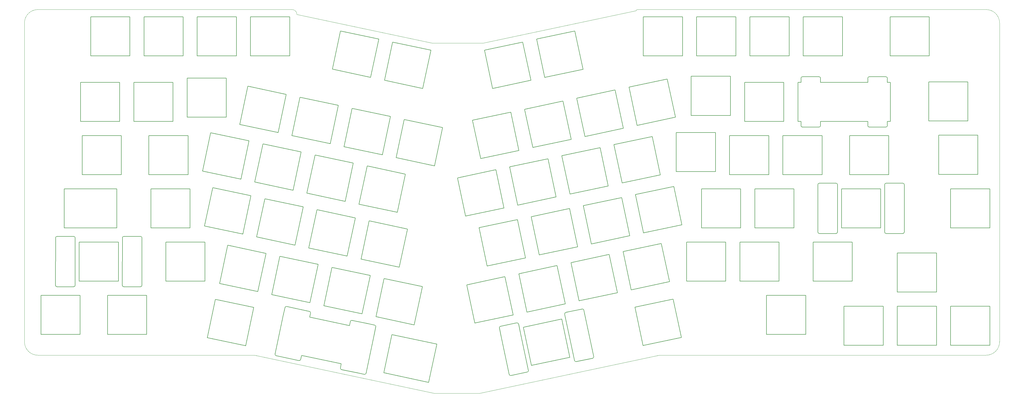
<source format=gm1>
G04 #@! TF.GenerationSoftware,KiCad,Pcbnew,(5.1.6)-1*
G04 #@! TF.CreationDate,2020-07-26T17:31:49-05:00*
G04 #@! TF.ProjectId,Bonsai Plate,426f6e73-6169-4205-906c-6174652e6b69,rev?*
G04 #@! TF.SameCoordinates,Original*
G04 #@! TF.FileFunction,Profile,NP*
%FSLAX46Y46*%
G04 Gerber Fmt 4.6, Leading zero omitted, Abs format (unit mm)*
G04 Created by KiCad (PCBNEW (5.1.6)-1) date 2020-07-26 17:31:49*
%MOMM*%
%LPD*%
G01*
G04 APERTURE LIST*
G04 #@! TA.AperFunction,Profile*
%ADD10C,0.150000*%
G04 #@! TD*
G04 #@! TA.AperFunction,Profile*
%ADD11C,0.050000*%
G04 #@! TD*
G04 #@! TA.AperFunction,Profile*
%ADD12C,0.200000*%
G04 #@! TD*
G04 APERTURE END LIST*
D10*
X157728979Y-205222475D02*
X173738009Y-208630491D01*
X176650530Y-194933713D02*
X160639314Y-191530424D01*
X160639314Y-191530424D02*
X157728979Y-205222475D01*
X173738445Y-208630584D02*
X176650530Y-194933713D01*
X62265111Y-153381913D02*
X62265112Y-139379537D01*
X43502131Y-153379375D02*
X62265111Y-153381913D01*
X43502337Y-139379536D02*
X43502131Y-153379375D01*
X62265112Y-139379537D02*
X43502337Y-139379536D01*
X330659082Y-115281914D02*
X313783084Y-115281915D01*
X330659082Y-101279533D02*
X313783721Y-101279533D01*
X338732338Y-115281915D02*
X337659719Y-115281914D01*
X338732338Y-101279537D02*
X338732338Y-115281915D01*
X337659718Y-101279533D02*
X338732338Y-101279537D01*
X306783086Y-115281915D02*
X306783087Y-116791180D01*
X305682338Y-115279533D02*
X306783086Y-115281915D01*
X305682337Y-101279532D02*
X305682338Y-115279533D01*
X306783717Y-101279532D02*
X306783717Y-99791497D01*
X305682337Y-101279532D02*
X306783717Y-101279532D01*
D11*
X175772505Y-212565942D02*
X191963058Y-212565944D01*
X34102838Y-198927312D02*
G75*
G02*
X29299700Y-194129252I-2539J4800599D01*
G01*
X111608400Y-198927313D02*
X175772506Y-212565754D01*
X34102839Y-198927314D02*
X111608400Y-198927313D01*
X247887143Y-75627363D02*
G75*
G02*
X248245160Y-75259794I358016J9429D01*
G01*
X124918589Y-75257255D02*
G75*
G02*
X126657900Y-76952022I22272J-1717039D01*
G01*
X34100388Y-75257080D02*
G75*
G03*
X29302331Y-80055141I2J-4798059D01*
G01*
X126657900Y-76952022D02*
X126657831Y-76968627D01*
X126657831Y-76968627D02*
X175028379Y-87250549D01*
X34100387Y-75257082D02*
X124918588Y-75257253D01*
X372969593Y-75259620D02*
X248245160Y-75259794D01*
X193206772Y-87250548D02*
X247888704Y-75627323D01*
X175028379Y-87250549D02*
X193206772Y-87250548D01*
D10*
X313783721Y-101279533D02*
X313783722Y-99791497D01*
X337159715Y-99291493D02*
G75*
G02*
X337659723Y-99791497I2J-500006D01*
G01*
X337659718Y-101279533D02*
X337659723Y-99791497D01*
X313283716Y-99291491D02*
G75*
G02*
X313783722Y-99791497I0J-500006D01*
G01*
X313283718Y-99291498D02*
X307283718Y-99291496D01*
X337159721Y-99291496D02*
X331159721Y-99291495D01*
X330659716Y-99791496D02*
G75*
G02*
X331159721Y-99291495I500003J-2D01*
G01*
X330659082Y-101279533D02*
X330659720Y-99791495D01*
X306783717Y-99791497D02*
G75*
G02*
X307283718Y-99291496I500001J0D01*
G01*
D12*
X319823046Y-154877082D02*
X319823841Y-137876253D01*
X343199836Y-137376256D02*
G75*
G02*
X343699841Y-137876257I2J-500003D01*
G01*
X343699043Y-154877082D02*
X343699841Y-137876257D01*
X319323832Y-137376254D02*
G75*
G02*
X319823841Y-137876253I5J-500004D01*
G01*
X319323841Y-137376257D02*
X313323838Y-137376255D01*
X343199839Y-137376257D02*
X337199841Y-137376257D01*
X336699840Y-137876256D02*
G75*
G02*
X337199841Y-137376257I500000J-1D01*
G01*
X336699042Y-154877081D02*
X336699841Y-137876256D01*
X312823044Y-154877081D02*
X312823838Y-137876254D01*
X312823837Y-137876256D02*
G75*
G02*
X313323838Y-137376255I500001J0D01*
G01*
X313323043Y-155377082D02*
G75*
G02*
X312823044Y-154877081I1J500000D01*
G01*
X337199043Y-155377086D02*
G75*
G02*
X336699042Y-154877081I2J500003D01*
G01*
X337199046Y-155377084D02*
X343199046Y-155377082D01*
X313323045Y-155377082D02*
X319323045Y-155377082D01*
X319823047Y-154877082D02*
G75*
G02*
X319323045Y-155377082I-500001J1D01*
G01*
X343699044Y-154877080D02*
G75*
G02*
X343199046Y-155377082I-500000J-2D01*
G01*
X222363022Y-184225738D02*
X225896073Y-200854879D01*
X203134849Y-206204093D02*
G75*
G02*
X202541821Y-205818975I-103955J489073D01*
G01*
X199631057Y-192124910D02*
X202541821Y-205818975D01*
X226489108Y-201239996D02*
G75*
G02*
X225896073Y-200854879I-103959J489076D01*
G01*
X226489101Y-201239997D02*
X232357988Y-199992524D01*
X203134848Y-206204095D02*
X209003736Y-204956625D01*
X209388858Y-204363595D02*
G75*
G02*
X209003736Y-204956625I-489076J-103954D01*
G01*
X206478092Y-190669529D02*
X209388855Y-204363594D01*
X229210061Y-182770354D02*
X232743107Y-199399493D01*
X232743107Y-199399493D02*
G75*
G02*
X232357988Y-199992524I-489075J-103956D01*
G01*
X148461983Y-205309391D02*
X150751166Y-205793744D01*
X125107731Y-200345288D02*
X127396915Y-200829645D01*
X127989943Y-200444529D02*
G75*
G02*
X127396915Y-200829645I-489072J103956D01*
G01*
X128300461Y-198979769D02*
X127989947Y-200444527D01*
X154254960Y-191714562D02*
X151344196Y-205408629D01*
X151344195Y-205408627D02*
G75*
G02*
X150751166Y-205793744I-489073J103956D01*
G01*
X47413283Y-173915780D02*
X47416441Y-156916485D01*
X70792440Y-156416483D02*
G75*
G02*
X71292441Y-156916486I-1J-500002D01*
G01*
X71289284Y-173915779D02*
X71292441Y-156916486D01*
X46916438Y-156416482D02*
G75*
G02*
X47416441Y-156916485I0J-500003D01*
G01*
X46916441Y-156416484D02*
X40916438Y-156416484D01*
X70792442Y-156416486D02*
X64792444Y-156416483D01*
X64292442Y-156916483D02*
G75*
G02*
X64792444Y-156416483I500001J-1D01*
G01*
X64289283Y-173915780D02*
X64292443Y-156916483D01*
X40413283Y-173915781D02*
X40416438Y-156916484D01*
X40416438Y-156916486D02*
G75*
G02*
X40916438Y-156416484I500001J1D01*
G01*
X142520171Y-201997607D02*
X142207980Y-203468891D01*
X119238848Y-199097816D02*
G75*
G02*
X118853726Y-198504792I103951J489073D01*
G01*
X121764489Y-184810723D02*
X118853726Y-198504792D01*
X142593094Y-204061917D02*
G75*
G02*
X142207980Y-203468891I103956J489070D01*
G01*
X142593099Y-204061921D02*
X148461983Y-205309391D01*
X119238847Y-199097818D02*
X125107731Y-200345288D01*
X206478092Y-190669529D02*
X205855808Y-187734451D01*
X228617026Y-182385233D02*
G75*
G02*
X229210061Y-182770354I103957J-489078D01*
G01*
X205262769Y-187349330D02*
G75*
G02*
X205855808Y-187734451I103959J-489080D01*
G01*
X205262776Y-187349336D02*
X199393889Y-188596805D01*
X228617029Y-182385236D02*
X222748142Y-183632706D01*
X222363024Y-184225736D02*
G75*
G02*
X222748142Y-183632706I489074J103956D01*
G01*
X199631057Y-192124910D02*
X199008771Y-189187298D01*
X199008769Y-189189835D02*
G75*
G02*
X199393889Y-188596805I489075J103955D01*
G01*
X143489589Y-187895598D02*
X131210687Y-185288232D01*
X125269193Y-181975241D02*
X122985731Y-181492640D01*
X152208870Y-187704214D02*
X146339984Y-186456742D01*
X145746950Y-186841862D02*
G75*
G02*
X146339984Y-186456742I489077J-103957D01*
G01*
X145435519Y-188306412D02*
X145746956Y-186841860D01*
X121764489Y-184810723D02*
X122392701Y-181877761D01*
X122392697Y-181877762D02*
G75*
G02*
X122985731Y-181492640I489078J-103956D01*
G01*
X140862486Y-201647852D02*
X128300461Y-198979769D01*
X131210687Y-185288232D02*
X131523195Y-183815745D01*
X145435519Y-188306412D02*
X143489589Y-187895598D01*
X154492330Y-188186815D02*
G75*
G02*
X154877446Y-188779845I-103957J-489073D01*
G01*
X154254960Y-191714562D02*
X154877446Y-188779845D01*
X131138077Y-183222713D02*
G75*
G02*
X131523195Y-183815745I-103957J-489075D01*
G01*
X131138077Y-183222716D02*
X125269193Y-181975241D01*
X154492329Y-188186814D02*
X152208870Y-187704214D01*
X142520171Y-201997607D02*
X140862486Y-201647852D01*
D10*
X330659082Y-115281914D02*
X330659084Y-116791180D01*
X307283083Y-117291176D02*
G75*
G02*
X306783087Y-116791180I0J499996D01*
G01*
X331159087Y-117291181D02*
G75*
G02*
X330659084Y-116791180I-1J500002D01*
G01*
X331159083Y-117291177D02*
X337159086Y-117291179D01*
X307283083Y-117291180D02*
X313283086Y-117291182D01*
X313783086Y-116791176D02*
G75*
G02*
X313283086Y-117291182I-500003J-3D01*
G01*
X313783084Y-115281915D02*
X313783084Y-116791181D01*
X337659719Y-115281914D02*
X337659083Y-116791182D01*
X337659087Y-116791176D02*
G75*
G02*
X337159086Y-117291179I-500002J-1D01*
G01*
D12*
X40913286Y-174415784D02*
G75*
G02*
X40413283Y-173915781I0J500003D01*
G01*
X64789287Y-174415786D02*
G75*
G02*
X64289283Y-173915780I1J500005D01*
G01*
X64789284Y-174415780D02*
X70789283Y-174415780D01*
X40913284Y-174415779D02*
X46913285Y-174415781D01*
X47413283Y-173915779D02*
G75*
G02*
X46913285Y-174415781I-500000J-2D01*
G01*
X71289285Y-173915782D02*
G75*
G02*
X70789283Y-174415780I-500000J2D01*
G01*
D11*
X377764932Y-194140228D02*
G75*
G02*
X372956712Y-198928126I-4798059J10161D01*
G01*
X372969596Y-75259619D02*
G75*
G02*
X377767651Y-80057680I-3J-4798058D01*
G01*
X191963058Y-212565944D02*
X256133025Y-198926193D01*
X29302331Y-80055141D02*
X29299700Y-194129252D01*
X377764933Y-194140230D02*
X377767651Y-80057680D01*
X372956712Y-198928126D02*
X256133116Y-198927005D01*
D10*
G04 #@! TO.C,SW_LSHFT1*
X48862337Y-158429535D02*
X48862337Y-172429535D01*
X48862337Y-172429535D02*
X62862337Y-172429535D01*
X62862337Y-172429535D02*
X62862337Y-158429535D01*
X62862337Y-158429535D02*
X48862337Y-158429535D01*
G04 #@! TO.C,SW_RCTRL1*
X308497517Y-177478216D02*
X294497517Y-177478216D01*
X308497517Y-191478216D02*
X308497517Y-177478216D01*
X294497517Y-191478216D02*
X308497517Y-191478216D01*
X294497517Y-177478216D02*
X294497517Y-191478216D01*
G04 #@! TO.C,SW_LALT1*
X111237970Y-181850085D02*
X97543904Y-178939321D01*
X108327206Y-195544151D02*
X111237970Y-181850085D01*
X94633140Y-192633387D02*
X108327206Y-195544151D01*
X97543904Y-178939321D02*
X94633140Y-192633387D01*
G04 #@! TO.C,SW_P1*
X276221738Y-119248716D02*
X262221738Y-119248716D01*
X276221738Y-133248716D02*
X276221738Y-119248716D01*
X262221738Y-133248716D02*
X276221738Y-133248716D01*
X262221738Y-119248716D02*
X262221738Y-133248716D01*
G04 #@! TO.C,SW_10*
X259007532Y-100083822D02*
X245313466Y-102994586D01*
X261918296Y-113777888D02*
X259007532Y-100083822D01*
X248224230Y-116688652D02*
X261918296Y-113777888D01*
X245313466Y-102994586D02*
X248224230Y-116688652D01*
G04 #@! TO.C,SW_ENT1*
X335262338Y-139379535D02*
X321262338Y-139379535D01*
X335262338Y-153379535D02*
X335262338Y-139379535D01*
X321262338Y-153379535D02*
X335262338Y-153379535D01*
X321262338Y-139379535D02*
X321262338Y-153379535D01*
G04 #@! TO.C,SW_|1*
X338142339Y-120329536D02*
X324142339Y-120329536D01*
X338142339Y-134329536D02*
X338142339Y-120329536D01*
X324142339Y-134329536D02*
X338142339Y-134329536D01*
X324142339Y-120329536D02*
X324142339Y-134329536D01*
G04 #@! TO.C,SW_Z1*
X93812338Y-158429534D02*
X79812338Y-158429534D01*
X93812338Y-172429534D02*
X93812338Y-158429534D01*
X79812338Y-172429534D02*
X93812338Y-172429534D01*
X79812338Y-158429534D02*
X79812338Y-172429534D01*
G04 #@! TO.C,SW_Y1*
X197746392Y-132575973D02*
X184052326Y-135486737D01*
X200657156Y-146270039D02*
X197746392Y-132575973D01*
X186963090Y-149180803D02*
X200657156Y-146270039D01*
X184052326Y-135486737D02*
X186963090Y-149180803D01*
G04 #@! TO.C,SW_X1*
X115609672Y-162484346D02*
X101915606Y-159573582D01*
X112698908Y-176178412D02*
X115609672Y-162484346D01*
X99004842Y-173267648D02*
X112698908Y-176178412D01*
X101915606Y-159573582D02*
X99004842Y-173267648D01*
G04 #@! TO.C,SW_WIN1*
X73006500Y-177480756D02*
X59006500Y-177480756D01*
X73006500Y-191480756D02*
X73006500Y-177480756D01*
X59006500Y-191480756D02*
X73006500Y-191480756D01*
X59006500Y-177480756D02*
X59006500Y-191480756D01*
G04 #@! TO.C,SW_W1*
X109559672Y-122244347D02*
X95865606Y-119333583D01*
X106648908Y-135938413D02*
X109559672Y-122244347D01*
X92954842Y-133027649D02*
X106648908Y-135938413D01*
X95865606Y-119333583D02*
X92954842Y-133027649D01*
G04 #@! TO.C,SW_V1*
X152877095Y-170405780D02*
X139183029Y-167495016D01*
X149966331Y-184099846D02*
X152877095Y-170405780D01*
X136272265Y-181189082D02*
X149966331Y-184099846D01*
X139183029Y-167495016D02*
X136272265Y-181189082D01*
G04 #@! TO.C,SW_UP1*
X355218276Y-162314416D02*
X341218276Y-162314416D01*
X355218276Y-176314416D02*
X355218276Y-162314416D01*
X341218276Y-176314416D02*
X355218276Y-176314416D01*
X341218276Y-162314416D02*
X341218276Y-176314416D01*
G04 #@! TO.C,SW_U1*
X216380104Y-128615259D02*
X202686038Y-131526023D01*
X219290868Y-142309325D02*
X216380104Y-128615259D01*
X205596802Y-145220089D02*
X219290868Y-142309325D01*
X202686038Y-131526023D02*
X205596802Y-145220089D01*
G04 #@! TO.C,SW_TAB1*
X63952338Y-120329536D02*
X49952338Y-120329536D01*
X63952338Y-134329536D02*
X63952338Y-120329536D01*
X49952338Y-134329536D02*
X63952338Y-134329536D01*
X49952338Y-120329536D02*
X49952338Y-134329536D01*
G04 #@! TO.C,SW_T1*
X165460808Y-134126500D02*
X151766742Y-131215736D01*
X162550044Y-147820566D02*
X165460808Y-134126500D01*
X148855978Y-144909802D02*
X162550044Y-147820566D01*
X151766742Y-131215736D02*
X148855978Y-144909802D01*
G04 #@! TO.C,SW_SLSH1*
X298952335Y-158429540D02*
X284952335Y-158429540D01*
X298952335Y-172429540D02*
X298952335Y-158429540D01*
X284952335Y-172429540D02*
X298952335Y-172429540D01*
X284952335Y-158429540D02*
X284952335Y-172429540D01*
G04 #@! TO.C,SW_SCLN1*
X285262338Y-139379538D02*
X271262338Y-139379538D01*
X285262338Y-153379538D02*
X285262338Y-139379538D01*
X271262338Y-153379538D02*
X285262338Y-153379538D01*
X271262338Y-139379538D02*
X271262338Y-153379538D01*
G04 #@! TO.C,SW_S1*
X110259672Y-141874344D02*
X96565606Y-138963580D01*
X107348908Y-155568410D02*
X110259672Y-141874344D01*
X93654842Y-152657646D02*
X107348908Y-155568410D01*
X96565606Y-138963580D02*
X93654842Y-152657646D01*
G04 #@! TO.C,SW_RSPC1*
X221270846Y-186000522D02*
X207576780Y-188911286D01*
X224181610Y-199694588D02*
X221270846Y-186000522D01*
X210487544Y-202605352D02*
X224181610Y-199694588D01*
X207576780Y-188911286D02*
X210487544Y-202605352D01*
G04 #@! TO.C,SW_RSHFT1*
X325147337Y-158429536D02*
X311147337Y-158429536D01*
X325147337Y-172429536D02*
X325147337Y-158429536D01*
X311147337Y-172429536D02*
X325147337Y-172429536D01*
X311147337Y-158429536D02*
X311147337Y-172429536D01*
G04 #@! TO.C,SW_RGHT1*
X374268274Y-181364415D02*
X360268274Y-181364415D01*
X374268274Y-195364415D02*
X374268274Y-181364415D01*
X360268274Y-195364415D02*
X374268274Y-195364415D01*
X360268274Y-181364415D02*
X360268274Y-195364415D01*
G04 #@! TO.C,SW_RALT1*
X261141232Y-178865663D02*
X247447166Y-181776427D01*
X264051996Y-192559729D02*
X261141232Y-178865663D01*
X250357930Y-195470493D02*
X264051996Y-192559729D01*
X247447166Y-181776427D02*
X250357930Y-195470493D01*
G04 #@! TO.C,SW_R1*
X146827094Y-130165779D02*
X133133028Y-127255015D01*
X143916330Y-143859845D02*
X146827094Y-130165779D01*
X130222264Y-140949081D02*
X143916330Y-143859845D01*
X133133028Y-127255015D02*
X130222264Y-140949081D01*
G04 #@! TO.C,SW_Q1*
X87762336Y-120329534D02*
X73762336Y-120329534D01*
X87762336Y-134329534D02*
X87762336Y-120329534D01*
X73762336Y-134329534D02*
X87762336Y-134329534D01*
X73762336Y-120329534D02*
X73762336Y-134329534D01*
G04 #@! TO.C,SW_PRD1*
X279902335Y-158429535D02*
X265902335Y-158429535D01*
X279902335Y-172429535D02*
X279902335Y-158429535D01*
X265902335Y-172429535D02*
X279902335Y-172429535D01*
X265902335Y-158429535D02*
X265902335Y-172429535D01*
G04 #@! TO.C,SW_PLUS1*
X300632338Y-101279537D02*
X286632338Y-101279537D01*
X300632338Y-115279537D02*
X300632338Y-101279537D01*
X286632338Y-115279537D02*
X300632338Y-115279537D01*
X286632338Y-101279537D02*
X286632338Y-115279537D01*
G04 #@! TO.C,SW_O1*
X253647527Y-120693822D02*
X239953461Y-123604586D01*
X256558291Y-134387888D02*
X253647527Y-120693822D01*
X242864225Y-137298652D02*
X256558291Y-134387888D01*
X239953461Y-123604586D02*
X242864225Y-137298652D01*
G04 #@! TO.C,SW_N1*
X219640104Y-166875258D02*
X205946038Y-169786022D01*
X222550868Y-180569324D02*
X219640104Y-166875258D01*
X208856802Y-183480088D02*
X222550868Y-180569324D01*
X205946038Y-169786022D02*
X208856802Y-183480088D01*
G04 #@! TO.C,SW_M4*
X374268275Y-139379539D02*
X360268275Y-139379539D01*
X374268275Y-153379539D02*
X374268275Y-139379539D01*
X360268275Y-153379539D02*
X374268275Y-153379539D01*
X360268275Y-139379539D02*
X360268275Y-153379539D01*
G04 #@! TO.C,SW_M5*
X238268735Y-162886597D02*
X224574669Y-165797361D01*
X241179499Y-176580663D02*
X238268735Y-162886597D01*
X227485433Y-179491427D02*
X241179499Y-176580663D01*
X224574669Y-165797361D02*
X227485433Y-179491427D01*
G04 #@! TO.C,SW_M3*
X369988379Y-120218996D02*
X355988379Y-120218996D01*
X369988379Y-134218996D02*
X369988379Y-120218996D01*
X355988379Y-134218996D02*
X369988379Y-134218996D01*
X355988379Y-120218996D02*
X355988379Y-134218996D01*
G04 #@! TO.C,SW_M2*
X366457774Y-101138516D02*
X352457774Y-101138516D01*
X366457774Y-115138516D02*
X366457774Y-101138516D01*
X352457774Y-115138516D02*
X366457774Y-115138516D01*
X352457774Y-101138516D02*
X352457774Y-115138516D01*
G04 #@! TO.C,SW_M1*
X352622398Y-77828938D02*
X338622398Y-77828938D01*
X352622398Y-91828938D02*
X352622398Y-77828938D01*
X338622398Y-91828938D02*
X352622398Y-91828938D01*
X338622398Y-77828938D02*
X338622398Y-91828938D01*
G04 #@! TO.C,SW_LEFT1*
X336168277Y-181364415D02*
X322168277Y-181364415D01*
X336168277Y-195364415D02*
X336168277Y-181364415D01*
X322168277Y-195364415D02*
X336168277Y-195364415D01*
X322168277Y-181364415D02*
X322168277Y-195364415D01*
G04 #@! TO.C,SW_LCTRL1*
X49193997Y-177480755D02*
X35193997Y-177480755D01*
X49193997Y-191480755D02*
X49193997Y-177480755D01*
X35193997Y-191480755D02*
X49193997Y-191480755D01*
X35193997Y-177480755D02*
X35193997Y-191480755D01*
G04 #@! TO.C,SW_L1*
X261337886Y-138536863D02*
X247643820Y-141447627D01*
X264248650Y-152230929D02*
X261337886Y-138536863D01*
X250554584Y-155141693D02*
X264248650Y-152230929D01*
X247643820Y-141447627D02*
X250554584Y-155141693D01*
G04 #@! TO.C,SW_K1*
X242704176Y-142497578D02*
X229010110Y-145408342D01*
X245614940Y-156191644D02*
X242704176Y-142497578D01*
X231920874Y-159102408D02*
X245614940Y-156191644D01*
X229010110Y-145408342D02*
X231920874Y-159102408D01*
G04 #@! TO.C,SW_J1*
X224070467Y-146458297D02*
X210376401Y-149369061D01*
X226981231Y-160152363D02*
X224070467Y-146458297D01*
X213287165Y-163063127D02*
X226981231Y-160152363D01*
X210376401Y-149369061D02*
X213287165Y-163063127D01*
G04 #@! TO.C,SW_I1*
X235013818Y-124654536D02*
X221319752Y-127565300D01*
X237924582Y-138348602D02*
X235013818Y-124654536D01*
X224230516Y-141259366D02*
X237924582Y-138348602D01*
X221319752Y-127565300D02*
X224230516Y-141259366D01*
G04 #@! TO.C,SW_H1*
X205436754Y-150419013D02*
X191742688Y-153329777D01*
X208347518Y-164113079D02*
X205436754Y-150419013D01*
X194653452Y-167023843D02*
X208347518Y-164113079D01*
X191742688Y-153329777D02*
X194653452Y-167023843D01*
G04 #@! TO.C,SW_G1*
X166160806Y-153756495D02*
X152466740Y-150845731D01*
X163250042Y-167450561D02*
X166160806Y-153756495D01*
X149555976Y-164539797D02*
X163250042Y-167450561D01*
X152466740Y-150845731D02*
X149555976Y-164539797D01*
G04 #@! TO.C,SW_F13*
X147527093Y-149795783D02*
X133833027Y-146885019D01*
X144616329Y-163489849D02*
X147527093Y-149795783D01*
X130922263Y-160579085D02*
X144616329Y-163489849D01*
X133833027Y-146885019D02*
X130922263Y-160579085D01*
G04 #@! TO.C,SW_F12*
X321608998Y-77828938D02*
X307608998Y-77828938D01*
X321608998Y-91828938D02*
X321608998Y-77828938D01*
X307608998Y-91828938D02*
X321608998Y-91828938D01*
X307608998Y-77828938D02*
X307608998Y-91828938D01*
G04 #@! TO.C,SW_F11*
X302558997Y-77828936D02*
X288558997Y-77828936D01*
X302558997Y-91828936D02*
X302558997Y-77828936D01*
X288558997Y-91828936D02*
X302558997Y-91828936D01*
X288558997Y-77828936D02*
X288558997Y-91828936D01*
G04 #@! TO.C,SW_F10*
X283509000Y-77828938D02*
X269509000Y-77828938D01*
X283509000Y-91828938D02*
X283509000Y-77828938D01*
X269509000Y-91828938D02*
X283509000Y-91828938D01*
X269509000Y-77828938D02*
X269509000Y-91828938D01*
G04 #@! TO.C,SW_F9*
X264458998Y-77828935D02*
X250458998Y-77828935D01*
X264458998Y-91828935D02*
X264458998Y-77828935D01*
X250458998Y-91828935D02*
X264458998Y-91828935D01*
X250458998Y-77828935D02*
X250458998Y-91828935D01*
G04 #@! TO.C,SW_F8*
X225990173Y-82914624D02*
X212296107Y-85825388D01*
X228900937Y-96608690D02*
X225990173Y-82914624D01*
X215206871Y-99519454D02*
X228900937Y-96608690D01*
X212296107Y-85825388D02*
X215206871Y-99519454D01*
G04 #@! TO.C,SW_F7*
X193662662Y-89785246D02*
X196573426Y-103479312D01*
X196573426Y-103479312D02*
X210267492Y-100568548D01*
X210267492Y-100568548D02*
X207356728Y-86874482D01*
X207356728Y-86874482D02*
X193662662Y-89785246D01*
G04 #@! TO.C,SW_F6*
X160855949Y-86869402D02*
X157945185Y-100563468D01*
X157945185Y-100563468D02*
X171639251Y-103474232D01*
X171639251Y-103474232D02*
X174550015Y-89780166D01*
X174550015Y-89780166D02*
X160855949Y-86869402D01*
G04 #@! TO.C,SW_F5*
X142222509Y-82907000D02*
X139311745Y-96601066D01*
X139311745Y-96601066D02*
X153005811Y-99511830D01*
X153005811Y-99511830D02*
X155916575Y-85817764D01*
X155916575Y-85817764D02*
X142222509Y-82907000D01*
G04 #@! TO.C,SW_F4*
X110085895Y-77828935D02*
X110085895Y-91828935D01*
X110085895Y-91828935D02*
X124085895Y-91828935D01*
X124085895Y-91828935D02*
X124085895Y-77828935D01*
X124085895Y-77828935D02*
X110085895Y-77828935D01*
G04 #@! TO.C,SW_F3*
X91035897Y-77828934D02*
X91035897Y-91828934D01*
X91035897Y-91828934D02*
X105035897Y-91828934D01*
X105035897Y-91828934D02*
X105035897Y-77828934D01*
X105035897Y-77828934D02*
X91035897Y-77828934D01*
G04 #@! TO.C,SW_F2*
X72006217Y-77828936D02*
X72006217Y-91828936D01*
X72006217Y-91828936D02*
X86006217Y-91828936D01*
X86006217Y-91828936D02*
X86006217Y-77828936D01*
X86006217Y-77828936D02*
X72006217Y-77828936D01*
G04 #@! TO.C,SW_F1*
X52956221Y-77828936D02*
X52956221Y-91828936D01*
X52956221Y-91828936D02*
X66956221Y-91828936D01*
X66956221Y-91828936D02*
X66956221Y-77828936D01*
X66956221Y-77828936D02*
X52956221Y-77828936D01*
G04 #@! TO.C,SW_ESC1*
X49352336Y-101279535D02*
X49352336Y-115279535D01*
X49352336Y-115279535D02*
X63352336Y-115279535D01*
X63352336Y-115279535D02*
X63352336Y-101279535D01*
X63352336Y-101279535D02*
X49352336Y-101279535D01*
G04 #@! TO.C,SW_E1*
X114499313Y-123294300D02*
X111588549Y-136988366D01*
X111588549Y-136988366D02*
X125282615Y-139899130D01*
X125282615Y-139899130D02*
X128193379Y-126205064D01*
X128193379Y-126205064D02*
X114499313Y-123294300D01*
G04 #@! TO.C,SW_DOWN1*
X341218278Y-181364415D02*
X341218278Y-195364415D01*
X341218278Y-195364415D02*
X355218278Y-195364415D01*
X355218278Y-195364415D02*
X355218278Y-181364415D01*
X355218278Y-181364415D02*
X341218278Y-181364415D01*
G04 #@! TO.C,SW_DASH1*
X267576057Y-99121756D02*
X267576057Y-113121756D01*
X267576057Y-113121756D02*
X281576057Y-113121756D01*
X281576057Y-113121756D02*
X281576057Y-99121756D01*
X281576057Y-99121756D02*
X267576057Y-99121756D01*
G04 #@! TO.C,SW_D1*
X115199315Y-142924300D02*
X112288551Y-156618366D01*
X112288551Y-156618366D02*
X125982617Y-159529130D01*
X125982617Y-159529130D02*
X128893381Y-145835064D01*
X128893381Y-145835064D02*
X115199315Y-142924300D01*
G04 #@! TO.C,SW_COMMA1*
X243208383Y-161836647D02*
X246119147Y-175530713D01*
X246119147Y-175530713D02*
X259813213Y-172619949D01*
X259813213Y-172619949D02*
X256902449Y-158925883D01*
X256902449Y-158925883D02*
X243208383Y-161836647D01*
G04 #@! TO.C,SW_C1*
X120549315Y-163534295D02*
X117638551Y-177228361D01*
X117638551Y-177228361D02*
X131332617Y-180139125D01*
X131332617Y-180139125D02*
X134243381Y-166445059D01*
X134243381Y-166445059D02*
X120549315Y-163534295D01*
G04 #@! TO.C,SW_B_RIGHT1*
X187312326Y-173746739D02*
X190223090Y-187440805D01*
X190223090Y-187440805D02*
X203917156Y-184530041D01*
X203917156Y-184530041D02*
X201006392Y-170835975D01*
X201006392Y-170835975D02*
X187312326Y-173746739D01*
G04 #@! TO.C,SW_B_LEFT1*
X157816741Y-171455735D02*
X154905977Y-185149801D01*
X154905977Y-185149801D02*
X168600043Y-188060565D01*
X168600043Y-188060565D02*
X171510807Y-174366499D01*
X171510807Y-174366499D02*
X157816741Y-171455735D01*
G04 #@! TO.C,SW_APST1*
X290312338Y-139379537D02*
X290312338Y-153379537D01*
X290312338Y-153379537D02*
X304312338Y-153379537D01*
X304312338Y-153379537D02*
X304312338Y-139379537D01*
X304312338Y-139379537D02*
X290312338Y-139379537D01*
G04 #@! TO.C,SW_A1*
X74462339Y-139379536D02*
X74462339Y-153379536D01*
X74462339Y-153379536D02*
X88462339Y-153379536D01*
X88462339Y-153379536D02*
X88462339Y-139379536D01*
X88462339Y-139379536D02*
X74462339Y-139379536D01*
G04 #@! TO.C,SW_]1*
X300322335Y-120329534D02*
X300322335Y-134329534D01*
X300322335Y-134329534D02*
X314322335Y-134329534D01*
X314322335Y-134329534D02*
X314322335Y-120329534D01*
X314322335Y-120329534D02*
X300322335Y-120329534D01*
G04 #@! TO.C,SW_[1*
X281272337Y-120329533D02*
X281272337Y-134329533D01*
X281272337Y-134329533D02*
X295272337Y-134329533D01*
X295272337Y-134329533D02*
X295272337Y-120329533D01*
X295272337Y-120329533D02*
X281272337Y-120329533D01*
G04 #@! TO.C,SW_9*
X226679751Y-106955303D02*
X229590515Y-120649369D01*
X229590515Y-120649369D02*
X243284581Y-117738605D01*
X243284581Y-117738605D02*
X240373817Y-104044539D01*
X240373817Y-104044539D02*
X226679751Y-106955303D01*
G04 #@! TO.C,SW_8*
X208046037Y-110916019D02*
X210956801Y-124610085D01*
X210956801Y-124610085D02*
X224650867Y-121699321D01*
X224650867Y-121699321D02*
X221740103Y-108005255D01*
X221740103Y-108005255D02*
X208046037Y-110916019D01*
G04 #@! TO.C,SW_7*
X189412327Y-114876736D02*
X192323091Y-128570802D01*
X192323091Y-128570802D02*
X206017157Y-125660038D01*
X206017157Y-125660038D02*
X203106393Y-111965972D01*
X203106393Y-111965972D02*
X189412327Y-114876736D01*
G04 #@! TO.C,SW_6*
X165044409Y-114563019D02*
X162133645Y-128257085D01*
X162133645Y-128257085D02*
X175827711Y-131167849D01*
X175827711Y-131167849D02*
X178738475Y-117473783D01*
X178738475Y-117473783D02*
X165044409Y-114563019D01*
G04 #@! TO.C,SW_5*
X146413028Y-110605017D02*
X143502264Y-124299083D01*
X143502264Y-124299083D02*
X157196330Y-127209847D01*
X157196330Y-127209847D02*
X160107094Y-113515781D01*
X160107094Y-113515781D02*
X146413028Y-110605017D01*
G04 #@! TO.C,SW_4*
X127779317Y-106644300D02*
X124868553Y-120338366D01*
X124868553Y-120338366D02*
X138562619Y-123249130D01*
X138562619Y-123249130D02*
X141473383Y-109555064D01*
X141473383Y-109555064D02*
X127779317Y-106644300D01*
G04 #@! TO.C,SW_3*
X109145609Y-102683584D02*
X106234845Y-116377650D01*
X106234845Y-116377650D02*
X119928911Y-119288414D01*
X119928911Y-119288414D02*
X122839675Y-105594348D01*
X122839675Y-105594348D02*
X109145609Y-102683584D01*
G04 #@! TO.C,SW_2*
X87451958Y-99761838D02*
X87451958Y-113761838D01*
X87451958Y-113761838D02*
X101451958Y-113761838D01*
X101451958Y-113761838D02*
X101451958Y-99761838D01*
X101451958Y-99761838D02*
X87451958Y-99761838D01*
G04 #@! TO.C,SW_1*
X68402337Y-101279534D02*
X68402337Y-115279534D01*
X68402337Y-115279534D02*
X82402337Y-115279534D01*
X82402337Y-115279534D02*
X82402337Y-101279534D01*
X82402337Y-101279534D02*
X68402337Y-101279534D01*
G04 #@! TD*
M02*

</source>
